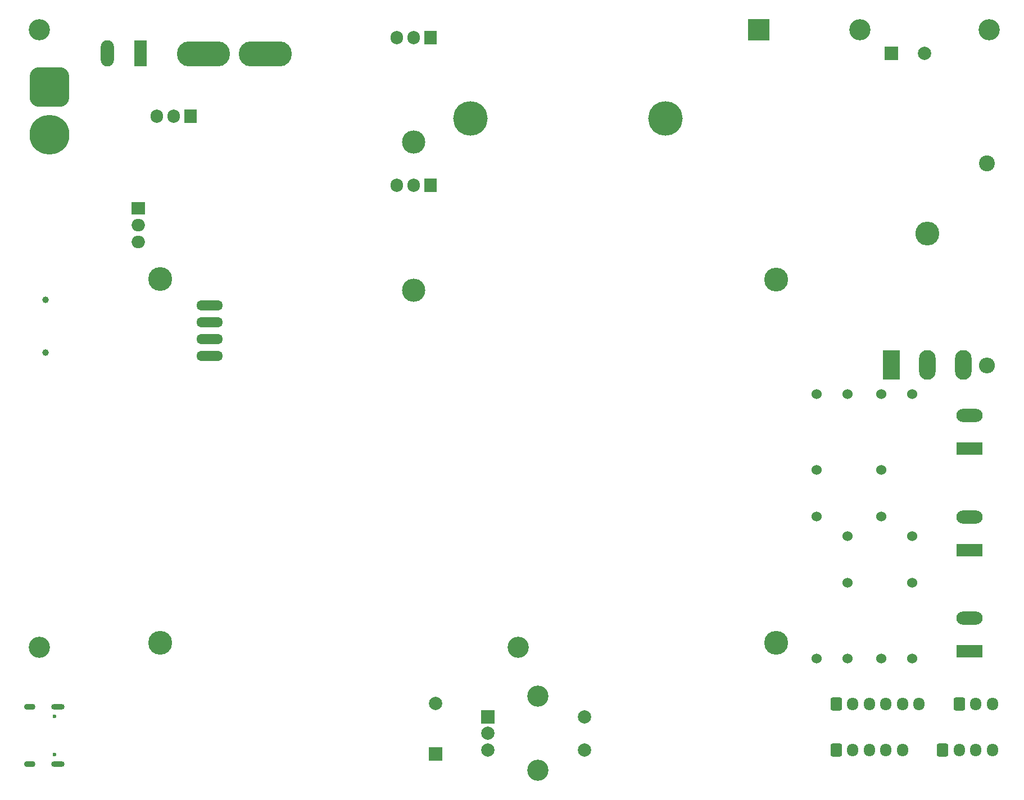
<source format=gbs>
%TF.GenerationSoftware,KiCad,Pcbnew,6.0.1-79c1e3a40b~116~ubuntu20.04.1*%
%TF.CreationDate,2022-02-02T21:52:56+02:00*%
%TF.ProjectId,OBQAS,4f425141-532e-46b6-9963-61645f706362,rev?*%
%TF.SameCoordinates,Original*%
%TF.FileFunction,Soldermask,Bot*%
%TF.FilePolarity,Negative*%
%FSLAX46Y46*%
G04 Gerber Fmt 4.6, Leading zero omitted, Abs format (unit mm)*
G04 Created by KiCad (PCBNEW 6.0.1-79c1e3a40b~116~ubuntu20.04.1) date 2022-02-02 21:52:56*
%MOMM*%
%LPD*%
G01*
G04 APERTURE LIST*
G04 Aperture macros list*
%AMRoundRect*
0 Rectangle with rounded corners*
0 $1 Rounding radius*
0 $2 $3 $4 $5 $6 $7 $8 $9 X,Y pos of 4 corners*
0 Add a 4 corners polygon primitive as box body*
4,1,4,$2,$3,$4,$5,$6,$7,$8,$9,$2,$3,0*
0 Add four circle primitives for the rounded corners*
1,1,$1+$1,$2,$3*
1,1,$1+$1,$4,$5*
1,1,$1+$1,$6,$7*
1,1,$1+$1,$8,$9*
0 Add four rect primitives between the rounded corners*
20,1,$1+$1,$2,$3,$4,$5,0*
20,1,$1+$1,$4,$5,$6,$7,0*
20,1,$1+$1,$6,$7,$8,$9,0*
20,1,$1+$1,$8,$9,$2,$3,0*%
G04 Aperture macros list end*
%ADD10C,3.600000*%
%ADD11O,4.000500X1.501140*%
%ADD12C,1.524000*%
%ADD13R,3.200000X3.200000*%
%ADD14O,3.200000X3.200000*%
%ADD15R,2.000000X2.000000*%
%ADD16C,2.000000*%
%ADD17RoundRect,1.500000X-1.500000X1.500000X-1.500000X-1.500000X1.500000X-1.500000X1.500000X1.500000X0*%
%ADD18C,6.000000*%
%ADD19C,3.200000*%
%ADD20RoundRect,0.250000X-0.600000X-0.725000X0.600000X-0.725000X0.600000X0.725000X-0.600000X0.725000X0*%
%ADD21O,1.700000X1.950000*%
%ADD22R,3.960000X1.980000*%
%ADD23O,3.960000X1.980000*%
%ADD24O,8.000000X3.800000*%
%ADD25C,2.400000*%
%ADD26O,2.400000X2.400000*%
%ADD27C,0.600000*%
%ADD28O,2.000000X0.900000*%
%ADD29O,1.700000X0.900000*%
%ADD30R,2.000000X1.905000*%
%ADD31O,2.000000X1.905000*%
%ADD32C,5.200000*%
%ADD33R,1.905000X2.000000*%
%ADD34O,1.905000X2.000000*%
%ADD35C,1.000000*%
%ADD36R,1.980000X3.960000*%
%ADD37O,1.980000X3.960000*%
%ADD38O,3.500000X3.500000*%
%ADD39O,3.600000X3.600000*%
%ADD40R,2.500000X4.500000*%
%ADD41O,2.500000X4.500000*%
G04 APERTURE END LIST*
D10*
X91137500Y-138150000D03*
X183937500Y-83450000D03*
X183937500Y-138150000D03*
X91137500Y-83350000D03*
D11*
X98537500Y-94950000D03*
X98537500Y-92410000D03*
X98537500Y-89870000D03*
X98537500Y-87330000D03*
D12*
X204437501Y-100650000D03*
X199737501Y-112150000D03*
X199737501Y-119150000D03*
X199737501Y-100650000D03*
D13*
X181280000Y-45735000D03*
D14*
X196520000Y-45735000D03*
D15*
X132625000Y-154975000D03*
D16*
X132625000Y-147375000D03*
D17*
X74437500Y-54400000D03*
D18*
X74437500Y-61600000D03*
D19*
X145025000Y-138850000D03*
X72875000Y-138850000D03*
D20*
X192950000Y-147450000D03*
D21*
X195450000Y-147450000D03*
X197950000Y-147450000D03*
X200450000Y-147450000D03*
X202950000Y-147450000D03*
X205450000Y-147450000D03*
D22*
X213037500Y-108900000D03*
D23*
X213037500Y-103900000D03*
D12*
X194687500Y-100650000D03*
X189987500Y-112150000D03*
X189987500Y-119150000D03*
X189987500Y-100650000D03*
D24*
X97617500Y-49385000D03*
X106917500Y-49385000D03*
D15*
X140500000Y-149325000D03*
D16*
X140500000Y-154325000D03*
X140500000Y-151825000D03*
D19*
X148000000Y-157425000D03*
X148000000Y-146225000D03*
D16*
X155000000Y-154325000D03*
X155000000Y-149325000D03*
D20*
X192950000Y-154325000D03*
D21*
X195450000Y-154325000D03*
X197950000Y-154325000D03*
X200450000Y-154325000D03*
X202950000Y-154325000D03*
D25*
X215650000Y-65870000D03*
D26*
X215650000Y-96350000D03*
D27*
X75200000Y-149285000D03*
X75200000Y-155065000D03*
D28*
X75680000Y-147855000D03*
D29*
X71510000Y-156495000D03*
X71510000Y-147855000D03*
D28*
X75680000Y-156495000D03*
D30*
X87800000Y-72645000D03*
D31*
X87800000Y-75185000D03*
X87800000Y-77725000D03*
D32*
X137892500Y-59085000D03*
X167192500Y-59085000D03*
D22*
X213037500Y-124215000D03*
D23*
X213037500Y-119215000D03*
D19*
X72875000Y-45750000D03*
D20*
X211475000Y-147450000D03*
D21*
X213975000Y-147450000D03*
X216475000Y-147450000D03*
D22*
X213037500Y-139500000D03*
D23*
X213037500Y-134500000D03*
D15*
X201282323Y-49325000D03*
D16*
X206282323Y-49325000D03*
D19*
X216000000Y-45750000D03*
D12*
X199737500Y-140600000D03*
X204437500Y-129100000D03*
X204437500Y-122100000D03*
X204437500Y-140600000D03*
D33*
X95717500Y-58800000D03*
D34*
X93177500Y-58800000D03*
X90637500Y-58800000D03*
D12*
X189987500Y-140600000D03*
X194687500Y-129100000D03*
X194687500Y-122100000D03*
X194687500Y-140600000D03*
D35*
X73812500Y-86425000D03*
X73812500Y-94425000D03*
D36*
X88157500Y-49310000D03*
D37*
X83157500Y-49310000D03*
D20*
X208975000Y-154325000D03*
D21*
X211475000Y-154325000D03*
X213975000Y-154325000D03*
X216475000Y-154325000D03*
D38*
X129342500Y-84985000D03*
D33*
X131882500Y-69185000D03*
D34*
X129342500Y-69185000D03*
X126802500Y-69185000D03*
D38*
X129342500Y-62685000D03*
D33*
X131882500Y-46885000D03*
D34*
X129342500Y-46885000D03*
X126802500Y-46885000D03*
D39*
X206687500Y-76430000D03*
D40*
X201237500Y-96290000D03*
D41*
X206687500Y-96290000D03*
X212137500Y-96290000D03*
M02*

</source>
